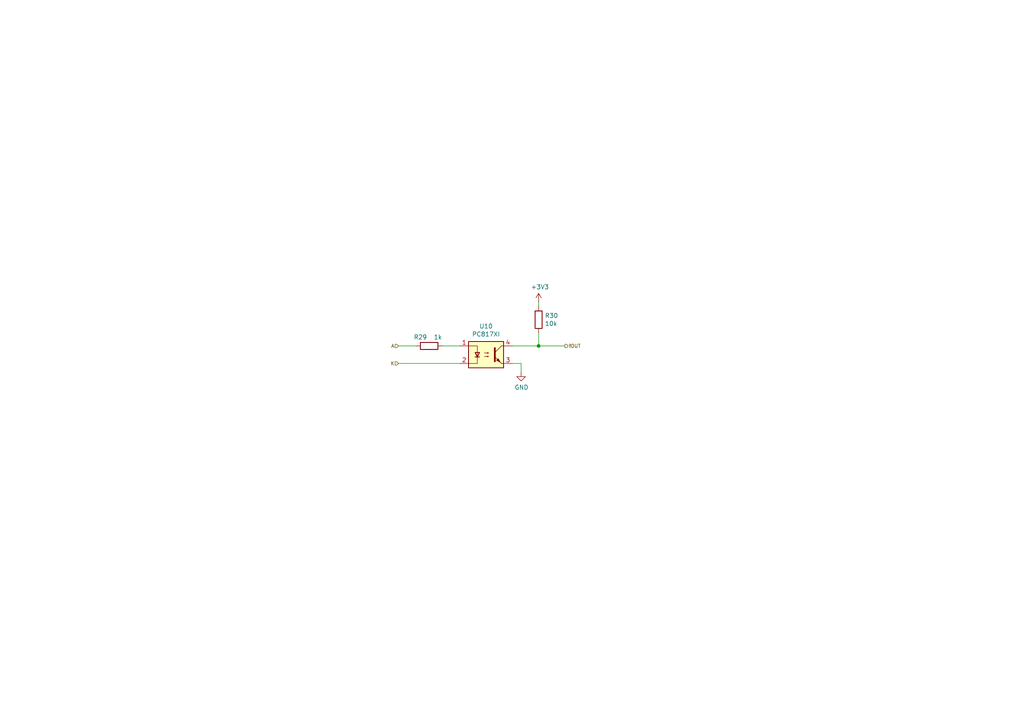
<source format=kicad_sch>
(kicad_sch (version 20230121) (generator eeschema)
  (paper "User" 297.002 210.007)
  (title_block (title "ESP-MAP (Standalone UPS Monitor)") (date "2024-01-07") (rev "rev01") (comment 1 "https://github.com/enriquewph/esp-map"))
  (lib_symbols
    (symbol "Device:R" (pin_numbers hide) (pin_names (offset 0))
      (property "Reference" "R" (at 2.032 0 90))
      (property "Value" "R" (at 0 0 90))
      (symbol "R_0_1"
        (rectangle (start -1.016 -2.54) (end 1.016 2.54) (stroke (width 0.254)))
      )
      (symbol "R_1_1"
        (pin passive line (at 0 3.81 270) (length 1.27) (name "~") (number "1"))
        (pin passive line (at 0 -3.81 90) (length 1.27) (name "~") (number "2"))
      )
    )
    (symbol "Isolator:PC817" (pin_names (offset 1.016))
      (property "Reference" "U" (at -5.08 5.08 0))
      (property "Value" "PC817" (at 0 5.08 0))
      (symbol "PC817_0_1"
        (rectangle (start -5.08 3.81) (end 5.08 -3.81) (stroke (width 0.254)) (fill (type background)))
        (polyline (pts (xy -3.175 -0.635) (xy -1.905 -0.635)) (stroke (width 0.254)))
        (polyline (pts (xy 2.54 0.635) (xy 4.445 2.54)))
        (polyline (pts (xy 4.445 -2.54) (xy 2.54 -0.635)) (fill (type outline)))
        (polyline (pts (xy 4.445 -2.54) (xy 5.08 -2.54)))
        (polyline (pts (xy 4.445 2.54) (xy 5.08 2.54)))
        (polyline (pts (xy -5.08 2.54) (xy -2.54 2.54) (xy -2.54 -0.635)))
        (polyline (pts (xy -2.54 -0.635) (xy -2.54 -2.54) (xy -5.08 -2.54)))
        (polyline (pts (xy 2.54 1.905) (xy 2.54 -1.905) (xy 2.54 -1.905)) (stroke (width 0.508)))
        (polyline (pts (xy -2.54 -0.635) (xy -3.175 0.635) (xy -1.905 0.635) (xy -2.54 -0.635)) (stroke (width 0.254)))
        (polyline (pts (xy -0.508 -0.508) (xy 0.762 -0.508) (xy 0.381 -0.635) (xy 0.381 -0.381) (xy 0.762 -0.508)))
        (polyline (pts (xy -0.508 0.508) (xy 0.762 0.508) (xy 0.381 0.381) (xy 0.381 0.635) (xy 0.762 0.508)))
        (polyline (pts (xy 3.048 -1.651) (xy 3.556 -1.143) (xy 4.064 -2.159) (xy 3.048 -1.651) (xy 3.048 -1.651)) (fill (type outline)))
      )
      (symbol "PC817_1_1"
        (pin passive line (at -7.62 2.54 0) (length 2.54) (name "~") (number "1"))
        (pin passive line (at -7.62 -2.54 0) (length 2.54) (name "~") (number "2"))
        (pin passive line (at 7.62 -2.54 180) (length 2.54) (name "~") (number "3"))
        (pin passive line (at 7.62 2.54 180) (length 2.54) (name "~") (number "4"))
      )
    )
    (symbol "power:+3V3" (power) (pin_names (offset 0))
      (property "Value" "+3V3" (at 0 3.556 0))
      (symbol "+3V3_0_1"
        (polyline (pts (xy -0.762 1.27) (xy 0 2.54)))
        (polyline (pts (xy 0 0) (xy 0 2.54)))
        (polyline (pts (xy 0 2.54) (xy 0.762 1.27)))
      )
      (symbol "+3V3_1_1"
        (pin power_in line (at 0 0 90) (length 0) hide (name "+3V3") (number "1"))
      )
    )
    (symbol "power:GND" (power) (pin_names (offset 0))
      (property "Value" "GND" (at 0 -3.81 0))
      (symbol "GND_0_1"
        (polyline (pts (xy 0 0) (xy 0 -1.27) (xy 1.27 -1.27) (xy 0 -2.54) (xy -1.27 -1.27) (xy 0 -1.27)))
      )
      (symbol "GND_1_1"
        (pin power_in line (at 0 0 270) (length 0) hide (name "GND") (number "1"))
      )
    )
  )
  (junction (at 156.21 100.33))
  (wire (pts (xy 156.21 100.33) (xy 156.21 96.52)))
  (wire (pts (xy 156.21 88.9) (xy 156.21 87.63)))
  (wire (pts (xy 115.57 100.33) (xy 120.65 100.33)))
  (wire (pts (xy 151.13 105.41) (xy 148.59 105.41)))
  (wire (pts (xy 115.57 105.41) (xy 133.35 105.41)))
  (wire (pts (xy 148.59 100.33) (xy 156.21 100.33)))
  (wire (pts (xy 156.21 100.33) (xy 163.83 100.33)))
  (wire (pts (xy 151.13 107.95) (xy 151.13 105.41)))
  (wire (pts (xy 128.27 100.33) (xy 133.35 100.33)))
  (hierarchical_label "!OUT" (shape output) (at 163.83 100.33 0) (effects (font (size 0.9906 0.9906))))
  (hierarchical_label "K" (shape input) (at 115.57 105.41 180) (effects (font (size 0.9906 0.9906))))
  (hierarchical_label "A" (shape input) (at 115.57 100.33 180) (effects (font (size 0.9906 0.9906))))
  (symbol (lib_id "Isolator:PC817") (at 140.97 102.87 0) (unit 1)
    (property "Reference" "U10" (at 140.97 94.615 0))
    (property "Value" "PC817XI" (at 140.97 96.9264 0))
    (property "Footprint" "Package_DIP:SMDIP-4_W9.53mm" (effects hide))
    (property "Datasheet" "https://www.farnell.com/datasheets/73758.pdf" (effects hide))
    (property "manf#" "PC817XI" (effects hide))
    (instances (project "UPSMonitorStandalone_rev01" (path "" (reference "U10") (unit 1)) (path "" (reference "U11") (unit 1)) (path "" (reference "U12") (unit 1)) (path "" (reference "U13") (unit 1))))
  )
  (symbol (lib_id "power:+3V3") (at 156.21 87.63 0) (unit 1)
    (property "Reference" "#PWR073" (effects hide))
    (property "Value" "+3V3" (at 156.591 83.2358 0))
    (instances (project "UPSMonitorStandalone_rev01" (path "" (reference "#PWR073") (unit 1)) (path "" (reference "#PWR075") (unit 1)) (path "" (reference "#PWR077") (unit 1)) (path "" (reference "#PWR079") (unit 1))))
  )
  (symbol (lib_id "power:GND") (at 151.13 107.95 0) (unit 1)
    (property "Reference" "#PWR072" (effects hide))
    (property "Value" "GND" (at 151.257 112.3442 0))
    (instances (project "UPSMonitorStandalone_rev01" (path "" (reference "#PWR072") (unit 1)) (path "" (reference "#PWR074") (unit 1)) (path "" (reference "#PWR076") (unit 1)) (path "" (reference "#PWR078") (unit 1))))
  )
  (symbol (lib_id "Device:R") (at 156.21 92.71 0) (unit 1)
    (property "Reference" "R30" (at 157.988 91.5416 0) (effects (justify left)))
    (property "Value" "10k" (at 157.988 93.853 0) (effects (justify left)))
    (property "Footprint" "Resistor_SMD:R_1206_3216Metric" (effects hide))
    (property "Datasheet" "https://www.yageo.com/upload/media/product/productsearch/datasheet/rchip/PYu-RC_Group_51_RoHS_L_11.pdf" (effects hide))
    (property "manf#" "RC1206FR-0710KL" (effects hide))
    (instances (project "UPSMonitorStandalone_rev01" (path "" (reference "R30") (unit 1)) (path "" (reference "R32") (unit 1)) (path "" (reference "R34") (unit 1)) (path "" (reference "R36") (unit 1))))
  )
  (symbol (lib_id "Device:R") (at 124.46 100.33 270) (unit 1)
    (property "Reference" "R29" (at 121.92 97.79 90))
    (property "Value" "1k" (at 127 97.79 90))
    (property "Footprint" "Resistor_SMD:R_1206_3216Metric" (effects hide))
    (property "Datasheet" "https://www.yageo.com/upload/media/product/productsearch/datasheet/rchip/PYu-RC_Group_51_RoHS_L_11.pdf" (effects hide))
    (property "Fitted" "No" (effects hide))
    (property "manf#" "RC1206FR-071KL" (effects hide))
    (instances (project "UPSMonitorStandalone_rev01" (path "" (reference "R29") (unit 1)) (path "" (reference "R31") (unit 1)) (path "" (reference "R33") (unit 1)) (path "" (reference "R35") (unit 1))))
  )
)
</source>
